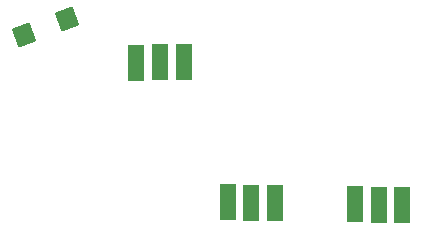
<source format=gtp>
G04 Layer: TopPasteMaskLayer*
G04 EasyEDA Pro v1.9.30.011b94, 2023-06-19 19:01:04*
G04 Gerber Generator version 0.3*
G04 Scale: 100 percent, Rotated: No, Reflected: No*
G04 Dimensions in millimeters*
G04 Leading zeros omitted, absolute positions, 3 integers and 3 decimals*
%FSLAX33Y33*%
%MOMM*%
%AMRect*21,1,$1,$2,0,0,$3*%
%ADD10Rect,2.999999X1.4X269.47*%
%ADD11Rect,2.999999X1.4X270.47*%
%ADD12Rect,1.599997X1.699997X20.47*%
G75*


G04 Pad Start*
G54D10*
G01X96005Y75639D03*
G01X98034Y75586D03*
G01X100023Y75579D03*
G54D11*
G01X88288Y87438D03*
G01X90290Y87478D03*
G01X92322Y87490D03*
G54D10*
G01X106782Y75469D03*
G01X108811Y75434D03*
G01X110812Y75409D03*
G54D12*
G01X78781Y89760D03*
G01X82454Y91132D03*
G04 Pad End*

M02*

</source>
